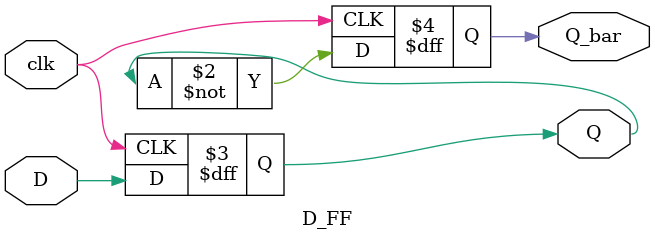
<source format=v>
`timescale 1ns / 1ps


module D_FF(
    input clk,
    output reg Q,
    output reg Q_bar,
    input D
    );
    
    
    
    always @ (posedge clk)
    begin
    Q <= D;
    Q_bar <= ~Q;
    end
    
    
endmodule

</source>
